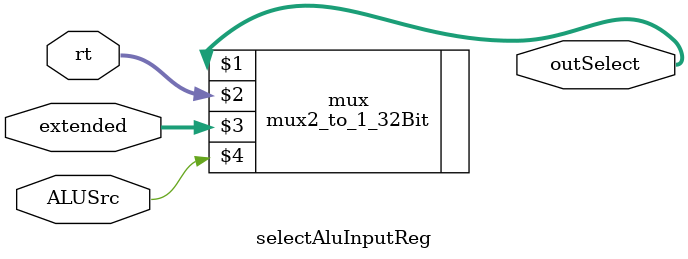
<source format=v>
module selectAluInputReg (outSelect,rt,extended,ALUSrc);
	output [31:0] outSelect;
	input [31:0] extended;
	input [31:0] rt;
	input ALUSrc;
	
	mux2_to_1_32Bit mux (outSelect,rt,extended,ALUSrc );
	
endmodule
</source>
